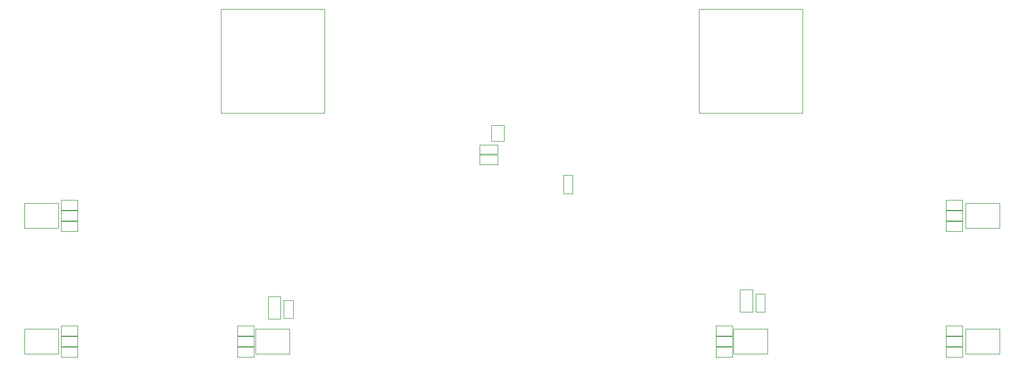
<source format=gbr>
G04 #@! TF.GenerationSoftware,KiCad,Pcbnew,5.0.2-bee76a0~70~ubuntu18.04.1*
G04 #@! TF.CreationDate,2019-04-15T14:09:08+02:00*
G04 #@! TF.ProjectId,top-board,746f702d-626f-4617-9264-2e6b69636164,rev?*
G04 #@! TF.SameCoordinates,PX47b3528PY2897428*
G04 #@! TF.FileFunction,Other,User*
%FSLAX46Y46*%
G04 Gerber Fmt 4.6, Leading zero omitted, Abs format (unit mm)*
G04 Created by KiCad (PCBNEW 5.0.2-bee76a0~70~ubuntu18.04.1) date Mon 15 Apr 2019 02:09:08 PM CEST*
%MOMM*%
%LPD*%
G01*
G04 APERTURE LIST*
%ADD10C,0.050000*%
G04 APERTURE END LIST*
D10*
G04 #@! TO.C,C17*
X120375700Y-43080000D02*
X120375700Y-45980000D01*
X121875700Y-43080000D02*
X121875700Y-45980000D01*
X120375700Y-43080000D02*
X121875700Y-43080000D01*
X120375700Y-45980000D02*
X121875700Y-45980000D01*
G04 #@! TO.C,C19*
X117903200Y-42412500D02*
X117903200Y-46012500D01*
X119903200Y-42412500D02*
X119903200Y-46012500D01*
X117903200Y-42412500D02*
X119903200Y-42412500D01*
X117903200Y-46012500D02*
X119903200Y-46012500D01*
G04 #@! TO.C,C18*
X45128200Y-44096000D02*
X45128200Y-46996000D01*
X46628200Y-44096000D02*
X46628200Y-46996000D01*
X45128200Y-44096000D02*
X46628200Y-44096000D01*
X45128200Y-46996000D02*
X46628200Y-46996000D01*
G04 #@! TO.C,C20*
X42655700Y-43492000D02*
X42655700Y-47092000D01*
X44655700Y-43492000D02*
X44655700Y-47092000D01*
X42655700Y-43492000D02*
X44655700Y-43492000D01*
X42655700Y-47092000D02*
X44655700Y-47092000D01*
G04 #@! TO.C,C10*
X91238100Y-27086400D02*
X91238100Y-24186400D01*
X89738100Y-27086400D02*
X89738100Y-24186400D01*
X91238100Y-27086400D02*
X89738100Y-27086400D01*
X91238100Y-24186400D02*
X89738100Y-24186400D01*
G04 #@! TO.C,C15*
X76401600Y-20798400D02*
X79301600Y-20798400D01*
X76401600Y-19298400D02*
X79301600Y-19298400D01*
X76401600Y-20798400D02*
X76401600Y-19298400D01*
X79301600Y-20798400D02*
X79301600Y-19298400D01*
G04 #@! TO.C,C16*
X76401600Y-22449400D02*
X79301600Y-22449400D01*
X76401600Y-20949400D02*
X79301600Y-20949400D01*
X76401600Y-22449400D02*
X76401600Y-20949400D01*
X79301600Y-22449400D02*
X79301600Y-20949400D01*
G04 #@! TO.C,D4*
X122246500Y-52706200D02*
X122246500Y-48706200D01*
X116846500Y-52706200D02*
X116846500Y-48706200D01*
X116846500Y-48706200D02*
X122246500Y-48706200D01*
X116846500Y-52706200D02*
X122246500Y-52706200D01*
G04 #@! TO.C,D6*
X153840000Y-28640200D02*
X153840000Y-32640200D01*
X159240000Y-28640200D02*
X159240000Y-32640200D01*
X159240000Y-32640200D02*
X153840000Y-32640200D01*
X159240000Y-28640200D02*
X153840000Y-28640200D01*
G04 #@! TO.C,D5*
X46033800Y-52706200D02*
X46033800Y-48706200D01*
X40633800Y-52706200D02*
X40633800Y-48706200D01*
X40633800Y-48706200D02*
X46033800Y-48706200D01*
X40633800Y-52706200D02*
X46033800Y-52706200D01*
G04 #@! TO.C,D7*
X153840000Y-48693500D02*
X153840000Y-52693500D01*
X159240000Y-48693500D02*
X159240000Y-52693500D01*
X159240000Y-52693500D02*
X153840000Y-52693500D01*
X159240000Y-48693500D02*
X153840000Y-48693500D01*
G04 #@! TO.C,D8*
X3853000Y-28640200D02*
X3853000Y-32640200D01*
X9253000Y-28640200D02*
X9253000Y-32640200D01*
X9253000Y-32640200D02*
X3853000Y-32640200D01*
X9253000Y-28640200D02*
X3853000Y-28640200D01*
G04 #@! TO.C,D9*
X3840300Y-48693500D02*
X3840300Y-52693500D01*
X9240300Y-48693500D02*
X9240300Y-52693500D01*
X9240300Y-52693500D02*
X3840300Y-52693500D01*
X9240300Y-48693500D02*
X3840300Y-48693500D01*
G04 #@! TO.C,E1*
X127873800Y2385000D02*
X111373800Y2385000D01*
X111373800Y2385000D02*
X111373800Y-14215000D01*
X111373800Y-14215000D02*
X127873800Y-14215000D01*
X127873800Y-14215000D02*
X127873800Y2385000D01*
G04 #@! TO.C,E2*
X51648400Y2334200D02*
X35148400Y2334200D01*
X35148400Y2334200D02*
X35148400Y-14265800D01*
X35148400Y-14265800D02*
X51648400Y-14265800D01*
X51648400Y-14265800D02*
X51648400Y2334200D01*
G04 #@! TO.C,R27*
X116642000Y-51608000D02*
X114042000Y-51608000D01*
X116642000Y-53208000D02*
X114042000Y-53208000D01*
X116642000Y-51608000D02*
X116642000Y-53208000D01*
X114042000Y-51608000D02*
X114042000Y-53208000D01*
G04 #@! TO.C,R33*
X153332300Y-31516600D02*
X150732300Y-31516600D01*
X153332300Y-33116600D02*
X150732300Y-33116600D01*
X153332300Y-31516600D02*
X153332300Y-33116600D01*
X150732300Y-31516600D02*
X150732300Y-33116600D01*
G04 #@! TO.C,R28*
X116642000Y-49906200D02*
X114042000Y-49906200D01*
X116642000Y-51506200D02*
X114042000Y-51506200D01*
X116642000Y-49906200D02*
X116642000Y-51506200D01*
X114042000Y-49906200D02*
X114042000Y-51506200D01*
G04 #@! TO.C,R34*
X153332300Y-29840200D02*
X150732300Y-29840200D01*
X153332300Y-31440200D02*
X150732300Y-31440200D01*
X153332300Y-29840200D02*
X153332300Y-31440200D01*
X150732300Y-29840200D02*
X150732300Y-31440200D01*
G04 #@! TO.C,R29*
X116642000Y-48229800D02*
X114042000Y-48229800D01*
X116642000Y-49829800D02*
X114042000Y-49829800D01*
X116642000Y-48229800D02*
X116642000Y-49829800D01*
X114042000Y-48229800D02*
X114042000Y-49829800D01*
G04 #@! TO.C,R35*
X153332300Y-28163800D02*
X150732300Y-28163800D01*
X153332300Y-29763800D02*
X150732300Y-29763800D01*
X153332300Y-28163800D02*
X153332300Y-29763800D01*
X150732300Y-28163800D02*
X150732300Y-29763800D01*
G04 #@! TO.C,R30*
X40416600Y-51608000D02*
X37816600Y-51608000D01*
X40416600Y-53208000D02*
X37816600Y-53208000D01*
X40416600Y-51608000D02*
X40416600Y-53208000D01*
X37816600Y-51608000D02*
X37816600Y-53208000D01*
G04 #@! TO.C,R36*
X153332300Y-51557200D02*
X150732300Y-51557200D01*
X153332300Y-53157200D02*
X150732300Y-53157200D01*
X153332300Y-51557200D02*
X153332300Y-53157200D01*
X150732300Y-51557200D02*
X150732300Y-53157200D01*
G04 #@! TO.C,R31*
X40416600Y-49906200D02*
X37816600Y-49906200D01*
X40416600Y-51506200D02*
X37816600Y-51506200D01*
X40416600Y-49906200D02*
X40416600Y-51506200D01*
X37816600Y-49906200D02*
X37816600Y-51506200D01*
G04 #@! TO.C,R37*
X153332300Y-49880800D02*
X150732300Y-49880800D01*
X153332300Y-51480800D02*
X150732300Y-51480800D01*
X153332300Y-49880800D02*
X153332300Y-51480800D01*
X150732300Y-49880800D02*
X150732300Y-51480800D01*
G04 #@! TO.C,R32*
X40416600Y-48204400D02*
X37816600Y-48204400D01*
X40416600Y-49804400D02*
X37816600Y-49804400D01*
X40416600Y-48204400D02*
X40416600Y-49804400D01*
X37816600Y-48204400D02*
X37816600Y-49804400D01*
G04 #@! TO.C,R38*
X153332300Y-48204400D02*
X150732300Y-48204400D01*
X153332300Y-49804400D02*
X150732300Y-49804400D01*
X153332300Y-48204400D02*
X153332300Y-49804400D01*
X150732300Y-48204400D02*
X150732300Y-49804400D01*
G04 #@! TO.C,R39*
X9660700Y-29763800D02*
X12260700Y-29763800D01*
X9660700Y-28163800D02*
X12260700Y-28163800D01*
X9660700Y-29763800D02*
X9660700Y-28163800D01*
X12260700Y-29763800D02*
X12260700Y-28163800D01*
G04 #@! TO.C,R40*
X9660700Y-31440200D02*
X12260700Y-31440200D01*
X9660700Y-29840200D02*
X12260700Y-29840200D01*
X9660700Y-31440200D02*
X9660700Y-29840200D01*
X12260700Y-31440200D02*
X12260700Y-29840200D01*
G04 #@! TO.C,R41*
X9660700Y-33116600D02*
X12260700Y-33116600D01*
X9660700Y-31516600D02*
X12260700Y-31516600D01*
X9660700Y-33116600D02*
X9660700Y-31516600D01*
X12260700Y-33116600D02*
X12260700Y-31516600D01*
G04 #@! TO.C,R42*
X9660700Y-49804400D02*
X12260700Y-49804400D01*
X9660700Y-48204400D02*
X12260700Y-48204400D01*
X9660700Y-49804400D02*
X9660700Y-48204400D01*
X12260700Y-49804400D02*
X12260700Y-48204400D01*
G04 #@! TO.C,R43*
X9660700Y-51480800D02*
X12260700Y-51480800D01*
X9660700Y-49880800D02*
X12260700Y-49880800D01*
X9660700Y-51480800D02*
X9660700Y-49880800D01*
X12260700Y-51480800D02*
X12260700Y-49880800D01*
G04 #@! TO.C,R44*
X9660700Y-53157200D02*
X12260700Y-53157200D01*
X9660700Y-51557200D02*
X12260700Y-51557200D01*
X9660700Y-53157200D02*
X9660700Y-51557200D01*
X12260700Y-53157200D02*
X12260700Y-51557200D01*
G04 #@! TO.C,RP1*
X80236600Y-16194900D02*
X78236600Y-16194900D01*
X80236600Y-18694900D02*
X78236600Y-18694900D01*
X80236600Y-16194900D02*
X80236600Y-18694900D01*
X78236600Y-16194900D02*
X78236600Y-18694900D01*
G04 #@! TD*
M02*

</source>
